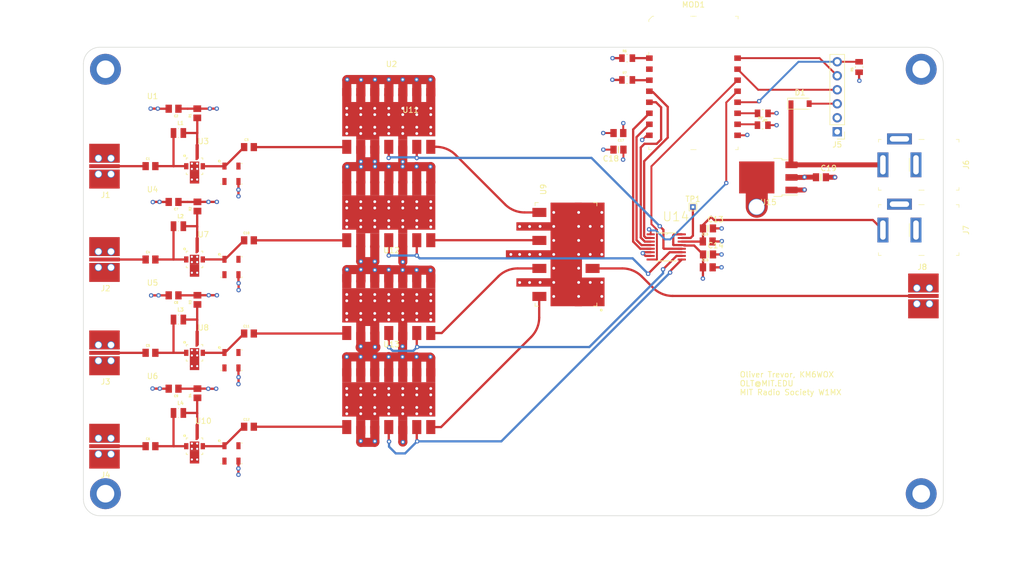
<source format=kicad_pcb>
(kicad_pcb (version 20211014) (generator pcbnew)
  (layers (0 "F.Cu" signal) (1 "In1.Cu" signal) (2 "In2.Cu" signal) (31 "B.Cu" signal) (34 "B.Paste" user) (35 "F.Paste" user) (36 "B.SilkS" user "B.Silkscreen") (37 "F.SilkS" user "F.Silkscreen") (38 "B.Mask" user) (39 "F.Mask" user) (44 "Edge.Cuts" user))
  (net 0 "")
  (net 1 "Net-(C1-Pad1)")
  (net 2 "Net-(C1-Pad2)")
  (net 3 "/+3.3V")
  (net 4 "/GND")
  (net 5 "Net-(C3-Pad1)")
  (net 6 "Net-(C3-Pad2)")
  (net 7 "Net-(C4-Pad1)")
  (net 8 "Net-(C4-Pad2)")
  (net 9 "Net-(C5-Pad1)")
  (net 10 "Net-(C5-Pad2)")
  (net 11 "Net-(C6-Pad1)")
  (net 12 "Net-(C6-Pad2)")
  (net 13 "Net-(C10-Pad1)")
  (net 14 "Net-(C10-Pad2)")
  (net 15 "Net-(C11-Pad1)")
  (net 16 "Net-(C11-Pad2)")
  (net 17 "Net-(C12-Pad1)")
  (net 18 "Net-(C12-Pad2)")
  (net 19 "/+12V")
  (net 20 "/+5V")
  (net 21 "/FTDI_5V")
  (net 22 "/FTDI_CTS#")
  (net 23 "/FTDI_TX")
  (net 24 "/FTDI_RX")
  (net 25 "/FTDI_RTS#")
  (net 26 "Net-(J8-Pad1)")
  (net 27 "Net-(L1-Pad2)")
  (net 28 "Net-(L2-Pad2)")
  (net 29 "Net-(L3-Pad2)")
  (net 30 "Net-(L4-Pad2)")
  (net 31 "Net-(MOD1-Pad1)")
  (net 33 "Net-(MOD1-Pad3)")
  (net 34 "/IO16")
  (net 35 "/SPI_CLK")
  (net 36 "/SPI_MISO")
  (net 37 "/SPI_MOSI")
  (net 38 "/SPI_CS")
  (net 39 "Net-(MOD1-Pad11)")
  (net 40 "/IO4")
  (net 41 "/IO5")
  (net 42 "Net-(TP1-Pad1)")
  (net 43 "/BIAS1")
  (net 44 "/RF1")
  (net 51 "/RF2")
  (net 52 "/RF3")
  (net 53 "/RF4")
  (net 56 "/BIAS2")
  (net 57 "/BIAS3")
  (net 58 "/BIAS4")
  (footprint "0.1uFCapacitor:CAPC2012X94N" (layer "F.Cu") (at 88.36 58.16 180)
    (fp_text reference "C2")
    (fp_text value "0.1 uF")
  )
  (footprint "MountingHole:MountingHole_3.2mm_M3_DIN965_Pad_TopBottom" (layer "F.Cu") (at 76 51)
    (fp_text reference "REF**" hide)
    (fp_text value "MountingHole_3.2mm_M3_DIN965_Pad_TopBottom")
  )
  (footprint "LNA:PMA-5453+" (layer "F.Cu") (at 92.16 85.5)
    (fp_text reference "U4")
    (fp_text value "PMA-5453+")
  )
  (footprint "10uFCapacitor:CAPC2012X140N" (layer "F.Cu") (at 169.07 65.58 180)
    (fp_text reference "C18")
    (fp_text value "10 uF")
  )
  (footprint "10uFCapacitor:CAPC2012X140N" (layer "F.Cu") (at 185.32 84.59)
    (fp_text reference "C14")
    (fp_text value "10 uF")
  )
  (footprint "Diode_SMD:D_SOD-123" (layer "F.Cu") (at 202.02 57.24)
    (fp_text reference "D1")
    (fp_text value "MBR0520LT")
  )
  (footprint "FemaleSMAConnector:AMPHENOL_901-10512-1" (layer "F.Cu") (at 75.825 102.446666 180)
    (fp_text reference "J3")
    (fp_text value "901-10512-1")
  )
  (footprint "390nHInductor:IND_AISC-0805-R39J-T" (layer "F.Cu") (at 89.24 96.41)
    (fp_text reference "L3")
    (fp_text value "390 nH")
  )
  (footprint "FemaleSMAConnector:AMPHENOL_901-10512-1" (layer "F.Cu") (at 224.395 92.12)
    (fp_text reference "J8")
    (fp_text value "901-10512-1")
  )
  (footprint "LNA:PMA-5453+" (layer "F.Cu") (at 92.16 68.59)
    (fp_text reference "U1")
    (fp_text value "PMA-5453+")
  )
  (footprint "0.1uFCapacitor:CAPC2012X94N" (layer "F.Cu") (at 102.04 98.94)
    (fp_text reference "C11")
    (fp_text value "0.1 uF")
  )
  (footprint "0.1uFCapacitor:CAPC2012X94N" (layer "F.Cu") (at 88.36 108.95 180)
    (fp_text reference "C9")
    (fp_text value "0.1 uF")
  )
  (footprint "DAC:SOP65P640X120-16N" (layer "F.Cu") (at 177.7379 83.23)
    (fp_text reference "U14")
    (fp_text value "AD5504BRUZ")
  )
  (footprint "0.1uFCapacitor:CAPC2012X94N" (layer "F.Cu") (at 84.17 85.51)
    (fp_text reference "C4")
    (fp_text value "0.1 uF")
  )
  (footprint "681RResistor:RESC2012X60N" (layer "F.Cu") (at 92.69 92.83 90)
    (fp_text reference "R3")
    (fp_text value "681 R")
  )
  (footprint "RFChoke:TCCH-80+" (layer "F.Cu") (at 98.86 103.78)
    (fp_text reference "U8")
    (fp_text value "TCCH-80+")
  )
  (footprint "0.1uFCapacitor:CAPC2012X94N" (layer "F.Cu") (at 88.36 75.07 180)
    (fp_text reference "C7")
    (fp_text value "0.1 uF")
  )
  (footprint "FemaleSMAConnector:AMPHENOL_901-10512-1" (layer "F.Cu") (at 75.825 119.38 180)
    (fp_text reference "J4")
    (fp_text value "901-10512-1")
  )
  (footprint "MountingHole:MountingHole_3.2mm_M3_DIN965_Pad_TopBottom" (layer "F.Cu") (at 76 128)
    (fp_text reference "REF**" hide)
    (fp_text value "MountingHole_3.2mm_M3_DIN965_Pad_TopBottom")
  )
  (footprint "LNA:PMA-5453+" (layer "F.Cu") (at 92.16 102.44)
    (fp_text reference "U5")
    (fp_text value "PMA-5453+")
  )
  (footprint "0.1uFCapacitor:CAPC2012X94N" (layer "F.Cu") (at 84.17 102.44)
    (fp_text reference "C5")
    (fp_text value "0.1 uF")
  )
  (footprint "0.1uFCapacitor:CAPC2012X94N" (layer "F.Cu") (at 102.04 115.85)
    (fp_text reference "C12")
    (fp_text value "0.1 uF")
  )
  (footprint "10uFCapacitor:CAPC2012X140N" (layer "F.Cu") (at 185.31 79.87)
    (fp_text reference "C13")
    (fp_text value "10 uF")
  )
  (footprint "0.1uFCapacitor:CAPC2012X94N" (layer "F.Cu") (at 102.04 65.12)
    (fp_text reference "C3")
    (fp_text value "0.1 uF")
  )
  (footprint "RFChoke:TCCH-80+" (layer "F.Cu") (at 98.86 86.87)
    (fp_text reference "U7")
    (fp_text value "TCCH-80+")
  )
  (footprint "PhaseShifter:JSPHS-661+" (layer "F.Cu") (at 127.4 77.31)
    (fp_text reference "U11")
    (fp_text value "JSPHS-661+")
  )
  (footprint "0.1uFCapacitor:CAPC2012X94N" (layer "F.Cu") (at 84.17 68.57)
    (fp_text reference "C1")
    (fp_text value "0.1 uF")
  )
  (footprint "FemaleSMAConnector:AMPHENOL_901-10512-1" (layer "F.Cu") (at 75.825 85.513333 180)
    (fp_text reference "J2")
    (fp_text value "901-10512-1")
  )
  (footprint "0.1uFCapacitor:CAPC2012X94N" (layer "F.Cu") (at 84.17 119.38)
    (fp_text reference "C6")
    (fp_text value "0.1 uF")
  )
  (footprint "10KResistor:RESC2012X65N" (layer "F.Cu") (at 170.65 48.98)
    (fp_text reference "R6")
    (fp_text value "10K")
  )
  (footprint "681RResistor:RESC2012X60N" (layer "F.Cu") (at 92.69 109.77 90)
    (fp_text reference "R4")
    (fp_text value "681 R")
  )
  (footprint "PowerCombiner:SCPS-4-62+" (layer "F.Cu") (at 159.55 84.59 90)
    (fp_text reference "U9")
    (fp_text value "SCPS-4-62+")
  )
  (footprint "10KResistor:RESC2012X65N" (layer "F.Cu") (at 195.24 61.14)
    (fp_text reference "R9")
    (fp_text value "10K")
  )
  (footprint "0.1uFCapacitor:CAPC2012X94N" (layer "F.Cu") (at 102.04 82.03)
    (fp_text reference "C10")
    (fp_text value "0.1 uF")
  )
  (footprint "PhaseShifter:JSPHS-661+" (layer "F.Cu") (at 127.4 94.1475)
    (fp_text reference "U12")
    (fp_text value "JSPHS-661+")
  )
  (footprint "0.1uFCapacitor:CAPC2012X94N" (layer "F.Cu") (at 169.06 62.57 180)
    (fp_text reference "C17")
    (fp_text value "0.1 uF")
  )
  (footprint "digikey-footprints:Barrel_Jack_5.5mmODx2.1mmID_PJ-202A" (layer "F.Cu") (at 220.05 80.17 -90)
    (fp_text reference "J7")
    (fp_text value "Barrel_Jack")
  )
  (footprint "PhaseShifter:JSPHS-661+" (layer "F.Cu") (at 127.4 60.37)
    (fp_text reference "U2")
    (fp_text value "JSPHS-661+")
  )
  (footprint "PhaseShifter:JSPHS-661+" (layer "F.Cu") (at 127.4 111.21)
    (fp_text reference "U13")
    (fp_text value "JSPHS-661+")
  )
  (footprint "681RResistor:RESC2012X60N" (layer "F.Cu") (at 92.69 75.89 90)
    (fp_text reference "R2")
    (fp_text value "681 R")
  )
  (footprint "TestPoint:TestPoint_THTPad_1.0x1.0mm_Drill0.5mm" (layer "F.Cu") (at 182.58 75.99)
    (fp_text reference "TP1")
    (fp_text value "TestPoint")
  )
  (footprint "10KResistor:RESC2012X65N" (layer "F.Cu") (at 170.65 52.93)
    (fp_text reference "R7")
    (fp_text value "10K")
  )
  (footprint "digikey-footprints:WIFI_Module_ESP8266_2491" (layer "F.Cu") (at 182.68 55.98)
    (fp_text reference "MOD1")
    (fp_text value "2491")
  )
  (footprint "Package_TO_SOT_SMD:TO-252-3_TabPin2" (layer "F.Cu") (at 196.26 70.62 180)
    (fp_text reference "U15")
    (fp_text value "IFX27001TFV33")
  )
  (footprint "MountingHole:MountingHole_3.2mm_M3_DIN965_Pad_TopBottom" (layer "F.Cu") (at 224 128)
    (fp_text reference "REF**" hide)
    (fp_text value "MountingHole_3.2mm_M3_DIN965_Pad_TopBottom")
  )
  (footprint "LNA:PMA-5453+" (layer "F.Cu") (at 92.16 119.38)
    (fp_text reference "U6")
    (fp_text value "PMA-5453+")
  )
  (footprint "0.1uFCapacitor:CAPC2012X94N" (layer "F.Cu") (at 185.28 86.93)
    (fp_text reference "C16")
    (fp_text value "0.1 uF")
  )
  (footprint "10KResistor:RESC2012X65N" (layer "F.Cu") (at 212.73 50.59 90)
    (fp_text reference "R5")
    (fp_text value "10K")
  )
  (footprint "390nHInductor:IND_AISC-0805-R39J-T" (layer "F.Cu") (at 89.24 79.47)
    (fp_text reference "L2")
    (fp_text value "390 nH")
  )
  (footprint "MountingHole:MountingHole_3.2mm_M3_DIN965_Pad_TopBottom" (layer "F.Cu") (at 224 51)
    (fp_text reference "REF**" hide)
    (fp_text value "MountingHole_3.2mm_M3_DIN965_Pad_TopBottom")
  )
  (footprint "digikey-footprints:Barrel_Jack_5.5mmODx2.1mmID_PJ-202A" (layer "F.Cu") (at 220.05 68.33 -90)
    (fp_text reference "J6")
    (fp_text value "Barrel_Jack")
  )
  (footprint "RFChoke:TCCH-80+" (layer "F.Cu") (at 98.86 69.96)
    (fp_text reference "U3")
    (fp_text value "TCCH-80+")
  )
  (footprint "390nHInductor:IND_AISC-0805-R39J-T" (layer "F.Cu") (at 89.24 62.56)
    (fp_text reference "L1")
    (fp_text value "390 nH")
  )
  (footprint "390nHInductor:IND_AISC-0805-R39J-T" (layer "F.Cu") (at 89.24 113.35)
    (fp_text reference "L4")
    (fp_text value "390 nH")
  )
  (footprint "681RResistor:RESC2012X60N" (layer "F.Cu") (at 92.66 58.98 90)
    (fp_text reference "R1")
    (fp_text value "681 R")
  )
  (footprint "10uFCapacitor:CAPC2012X140N" (layer "F.Cu") (at 205.81 70.59)
    (fp_text reference "C19")
    (fp_text value "10 uF")
  )
  (footprint "Connector_PinHeader_2.54mm:PinHeader_1x06_P2.54mm_Vertical" (layer "F.Cu") (at 208.76 62.34 180)
    (fp_text reference "J5")
    (fp_text value "Conn_01x06_Male")
  )
  (footprint "0.1uFCapacitor:CAPC2012X94N" (layer "F.Cu") (at 88.36 92.01 180)
    (fp_text reference "C8")
    (fp_text value "0.1 uF")
  )
  (footprint "10KResistor:RESC2012X65N" (layer "F.Cu") (at 195.25 59 180)
    (fp_text reference "R8")
    (fp_text value "10K")
  )
  (footprint "0.1uFCapacitor:CAPC2012X94N" (layer "F.Cu") (at 185.26 82.24)
    (fp_text reference "C15")
    (fp_text value "0.1 uF")
  )
  (footprint "FemaleSMAConnector:AMPHENOL_901-10512-1" (layer "F.Cu") (at 75.825 68.58 180)
    (fp_text reference "J1")
    (fp_text value "901-10512-1")
  )
  (footprint "RFChoke:TCCH-80+" (layer "F.Cu") (at 98.86 120.69)
    (fp_text reference "U10")
    (fp_text value "TCCH-80+")
  )
  (gr_line (start 228 124) (end 228 129) (layer "Edge.Cuts") (width 0.1))
  (gr_arc (start 72 50) (mid 72.87868 47.87868) (end 75 47) (layer "Edge.Cuts") (width 0.1))
  (gr_arc (start 75 132) (mid 72.87868 131.12132) (end 72 129) (layer "Edge.Cuts") (width 0.1))
  (gr_line (start 75 47) (end 225 47) (layer "Edge.Cuts") (width 0.1))
  (gr_line (start 75 132) (end 225 132) (layer "Edge.Cuts") (width 0.1))
  (gr_line (start 228 50) (end 228 124) (layer "Edge.Cuts") (width 0.1))
  (gr_arc (start 225 47) (mid 227.12132 47.87868) (end 228 50) (layer "Edge.Cuts") (width 0.1))
  (gr_arc (start 228 129) (mid 227.12132 131.12132) (end 225 132) (layer "Edge.Cuts") (width 0.1))
  (gr_line (start 72 50) (end 72 129) (layer "Edge.Cuts") (width 0.1))
  (gr_text "Oliver Trevor, KM6WOX\nOLT@MIT.EDU\nMIT Radio Society W1MX" (at 191 108) (layer "F.SilkS") (effects (font (size 1 1)) (justify left)))
  (segment (start 83.28 68.58) (end 83.29 68.57) (width 0.412683) (layer "F.Cu") (net 1))
  (segment (start 75.825 68.58) (end 83.28 68.58) (width 0.412683) (layer "F.Cu") (net 1))
  (segment (start 90.64 68.57) (end 90.66 68.59) (width 0.412683) (layer "F.Cu") (net 2))
  (segment (start 88.35 68.56) (end 88.36 68.57) (width 0.412683) (layer "F.Cu") (net 2))
  (segment (start 88.35 62.56) (end 88.35 68.56) (width 0.412683) (layer "F.Cu") (net 2))
  (segment (start 85.05 68.57) (end 88.36 68.57) (width 0.412683) (layer "F.Cu") (net 2))
  (segment (start 88.36 68.57) (end 90.64 68.57) (width 0.412683) (layer "F.Cu") (net 2))
  (segment (start 89.24 108.95) (end 92.675 108.95) (width 0.412683) (layer "F.Cu") (net 3))
  (segment (start 92.69 75.055) (end 94.675 75.055) (width 0.412683) (layer "F.Cu") (net 3))
  (segment (start 180.5573 82.8998) (end 179.0698 82.8998) (width 0.412683) (layer "F.Cu") (net 3))
  (segment (start 100.13 89.78) (end 100.16 89.81) (width 0.412683) (layer "F.Cu") (net 3))
  (segment (start 100.15 108.1) (end 100.13 108.12) (width 0.412683) (layer "F.Cu") (net 3))
  (segment (start 94.65 108.96) (end 96.07 108.96) (width 0.412683) (layer "F.Cu") (net 3))
  (segment (start 89.24 75.07) (end 90.89 75.07) (width 0.412683) (layer "F.Cu") (net 3))
  (segment (start 202.77 70.62) (end 202.82 70.57) (width 0.9) (layer "F.Cu") (net 3))
  (segment (start 184.42 86.91) (end 184.4 86.93) (width 0.412683) (layer "F.Cu") (net 3))
  (segment (start 94.935 58.145) (end 94.94 58.14) (width 0.412683) (layer "F.Cu") (net 3))
  (segment (start 100.16 89.81) (end 100.16 91.06) (width 0.412683) (layer "F.Cu") (net 3))
  (segment (start 212.73 53.03) (end 212.78 53.08) (width 0.412683) (layer "F.Cu") (net 3))
  (segment (start 92.675 75.07) (end 92.69 75.055) (width 0.412683) (layer "F.Cu") (net 3))
  (segment (start 179.0698 82.8998) (end 179.01 82.84) (width 0.412683) (layer "F.Cu") (net 3))
  (segment (start 196.2 59) (end 197.7 59) (width 0.35) (layer "F.Cu") (net 3))
  (segment (start 184.42 84.59) (end 182.806059 82.976059) (width 0.412683) (layer "F.Cu") (net 3))
  (segment (start 100.13 71.355) (end 100.13 72.85) (width 0.412683) (layer "F.Cu") (net 3))
  (segment (start 184.4 88.96) (end 184.39 88.97) (width 0.412683) (layer "F.Cu") (net 3))
  (segment (start 89.255 58.145) (end 89.24 58.16) (width 0.412683) (layer "F.Cu") (net 3))
  (segment (start 100.12 123.43) (end 100.12 124.55) (width 0.412683) (layer "F.Cu") (net 3))
  (segment (start 169.7 48.98) (end 168 48.98) (width 0.412683) (layer "F.Cu") (net 3))
  (segment (start 100.13 123.42) (end 100.12 123.43) (width 0.412683) (layer "F.Cu") (net 3))
  (segment (start 184.4 86.93) (end 184.4 88.96) (width 0.412683) (layer "F.Cu") (net 3))
  (segment (start 94.94 58.14) (end 96.19 58.14) (width 0.412683) (layer "F.Cu") (net 3))
  (segment (start 92.69 91.995) (end 94.725 91.995) (width 0.412683) (layer "F.Cu") (net 3))
  (segment (start 169.7 52.93) (end 168 52.93) (width 0.412683) (layer "F.Cu") (net 3))
  (segment (start 94.73 91.99) (end 96.21 91.99) (width 0.412683) (layer "F.Cu") (net 3))
  (segment (start 169.94 62.57) (end 169.94 60.78) (width 0.35) (layer "F.Cu") (net 3))
  (segment (start 92.66 58.145) (end 90.915 58.145) (width 0.412683) (layer "F.Cu") (net 3))
  (segment (start 92.66 58.145) (end 94.935 58.145) (width 0.412683) (layer "F.Cu") (net 3))
  (segment (start 204.89 70.57) (end 204.91 70.59) (width 0.9) (layer "F.Cu") (net 3))
  (segment (start 92.675 108.95) (end 92.69 108.935) (width 0.412683) (layer "F.Cu") (net 3))
  (segment (start 96.07 108.96) (end 96.08 108.95) (width 0.412683) (layer "F.Cu") (net 3))
  (segment (start 89.24 92.01) (end 92.675 92.01) (width 0.412683) (layer "F.Cu") (net 3))
  (segment (start 182.806059 82.976059) (end 180.98 82.976059) (width 0.412683) (layer "F.Cu") (net 3))
  (segment (start 100.13 88.265) (end 100.13 89.78) (width 0.412683) (layer "F.Cu") (net 3))
  (segment (start 202.82 70.57) (end 204.89 70.57) (width 0.9) (layer "F.Cu") (net 3))
  (segment (start 194.16 75.94) (end 194.13 75.97) (width 0.9) (layer "F.Cu") (net 3))
  (segment (start 184.42 84.59) (end 184.42 86.91) (width 0.412683) (layer "F.Cu") (net 3))
  (segment (start 100.13 74.03) (end 100.14 74.04) (width 0.412683) (layer "F.Cu") (net 3))
  (segment (start 179.01 81.13) (end 179.196 80.944) (width 0.412683) (layer "F.Cu") (net 3))
  (segment (start 96.21 91.99) (end 96.22 92) (width 0.412683) (layer "F.Cu") (net 3))
  (segment (start 100.12 124.55) (end 100.13 124.56) (width 0.412683) (layer "F.Cu") (net 3))
  (segment (start 94.68 75.06) (end 96.21 75.06) (width 0.412683) (layer "F.Cu") (net 3))
  (segment (start 94.725 91.995) (end 94.73 91.99) (width 0.412683) (layer "F.Cu") (net 3))
  (segment (start 100.13 122.085) (end 100.13 123.42) (width 0.412683) (layer "F.Cu") (net 3))
  (segment (start 100.13 72.85) (end 100.13 74.03) (width 0.412683) (layer "F.Cu") (net 3))
  (segment (start 94.675 75.055) (end 94.68 75.06) (width 0.412683) (layer "F.Cu") (net 3))
  (segment (start 169.97 67.33) (end 169.91 67.39) (width 0.35) (layer "F.Cu") (net 3))
  (segment (start 212.73 51.54) (end 212.73 53.03) (width 0.412683) (layer "F.Cu") (net 3))
  (segment (start 92.69 108.935) (end 94.625 108.935) (width 0.412683) (layer "F.Cu") (net 3))
  (segment (start 194.16 70.62) (end 194.16 75.94) (width 4) (layer "F.Cu") (net 3))
  (segment (start 92.675 92.01) (end 92.69 91.995) (width 0.412683) (layer "F.Cu") (net 3))
  (segment (start 100.15 106.86) (end 100.15 108.1) (width 0.412683) (layer "F.Cu") (net 3))
  (segment (start 169.94 60.78) (end 169.95 60.77) (width 0.35) (layer "F.Cu") (net 3))
  (segment (start 168 52.93) (end 167.97 52.9) (width 0.412683) (layer "F.Cu") (net 3))
  (segment (start 94.625 108.935) (end 94.65 108.96) (width 0.412683) (layer "F.Cu") (net 3))
  (segment (start 100.13 105.175) (end 100.13 106.84) (width 0.412683) (layer "F.Cu") (net 3))
  (segment (start 200.46 70.62) (end 202.77 70.62) (width 0.9) (layer "F.Cu") (net 3))
  (segment (start 169.97 65.58) (end 169.97 67.33) (width 0.35) (layer "F.Cu") (net 3))
  (segment (start 179.196 80.944) (end 180.5573 80.944) (width 0.412683) (layer "F.Cu") (net 3))
  (segment (start 197.7 59) (end 197.75 58.95) (width 0.35) (layer "F.Cu") (net 3))
  (segment (start 90.915 58.145) (end 89.255 58.145) (width 0.412683) (layer "F.Cu") (net 3))
  (segment (start 174.21 62.98) (end 173.37 63.82) (width 0.35) (layer "F.Cu") (net 3))
  (segment (start 179.01 82.84) (end 179.01 81.13) (width 0.412683) (layer "F.Cu") (net 3))
  (segment (start 174.68 62.98) (end 174.21 62.98) (width 0.35) (layer "F.Cu") (net 3))
  (segment (start 100.13 106.84) (end 100.15 106.86) (width 0.412683) (layer "F.Cu") (net 3))
  (segment (start 90.89 75.07) (end 92.675 75.07) (width 0.412683) (layer "F.Cu") (net 3))
  (via (at 173.37 63.82) (size 0.8) (drill 0.4) (layers "F.Cu" "B.Cu") (net 3))
  (via (at 94.73 91.99) (size 0.8) (drill 0.4) (layers "F.Cu" "B.Cu") (net 3))
  (via (at 100.15 106.86) (size 0.8) (drill 0.4) (layers "F.Cu" "B.Cu") (net 3))
  (via (at 94.68 75.06) (size 0.8) (drill 0.4) (layers "F.Cu" "B.Cu") (net 3))
  (via (at 96.08 108.95) (size 0.8) (drill 0.4) (layers "F.Cu" "B.Cu") (net 3))
  (via (at 100.13 108.12) (size 0.8) (drill 0.4) (layers "F.Cu" "B.Cu") (net 3))
  (via (at 96.21 75.06) (size 0.8) (drill 0.4) (layers "F.Cu" "B.Cu") (net 3))
  (via (at 168 48.98) (size 0.8) (drill 0.4) (layers "F.Cu" "B.Cu") (net 3))
  (via (at 212.78 53.08) (size 0.8) (drill 0.4) (layers "F.Cu" "B.Cu") (net 3))
  (via (at 197.75 58.95) (size 0.8) (drill 0.4) (layers "F.Cu" "B.Cu") (net 3))
  (via (at 202.82 70.57) (size 0.8) (drill 0.4) (layers "F.Cu" "B.Cu") (net 3))
  (via (at 100.14 74.04) (size 0.8) (drill 0.4) (layers "F.Cu" "B.Cu") (net 3))
  (via (at 100.13 124.56) (size 0.8) (drill 0.4) (layers "F.Cu" "B.Cu") (net 3))
  (via (at 96.22 92) (size 0.8) (drill 0.4) (layers "F.Cu" "B.Cu") (net 3))
  (via (at 94.65 108.96) (size 0.8) (drill 0.4) (layers "F.Cu" "B.Cu") (net 3))
  (via (at 167.97 52.9) (size 0.8) (drill 0.4) (layers "F.Cu" "B.Cu") (net 3))
  (via (at 100.12 123.43) (size 0.8) (drill 0.4) (layers "F.Cu" "B.Cu") (net 3))
  (via (at 94.94 58.14) (size 0.8) (drill 0.4) (layers "F.Cu" "B.Cu") (net 3))
  (via (at 96.19 58.14) (size 0.8) (drill 0.4) (layers "F.Cu" "B.Cu") (net 3))
  (via (at 184.39 88.97) (size 0.8) (drill 0.4) (layers "F.Cu" "B.Cu") (net 3))
  (via (at 100.16 91.06) (size 0.8) (drill 0.4) (layers "F.Cu" "B.Cu") (net 3))
  (via (at 169.91 67.39) (size 0.8) (drill 0.4) (layers "F.Cu" "B.Cu") (net 3))
  (via (at 169.95 60.77) (size 0.8) (drill 0.4) (layers "F.Cu" "B.Cu") (net 3))
  (via (at 100.13 72.85) (size 0.8) (drill 0.4) (layers "F.Cu" "B.Cu") (net 3))
  (via (at 100.16 89.81) (size 0.8) (drill 0.4) (layers "F.Cu" "B.Cu") (net 3))
  (via (at 194.13 75.97) (size 3) (drill 2.8) (layers "F.Cu" "B.Cu") (net 3))
  (segment (start 122.32 118.45) (end 122.32 118.66) (width 1.651) (layer "F.Cu") (net 4))
  (segment (start 132.48 52.92) (end 132.48 55.67) (width 1.651) (layer "F.Cu") (net 4))
  (segment (start 124.87 103.17) (end 127.37 103.17) (width 1.651) (layer "F.Cu") (net 4))
  (segment (start 124.87 118.64) (end 124.87 118.49) (width 1.651) (layer "F.Cu") (net 4))
  (segment (start 124.855 68.67) (end 127.205 68.67) (width 1.651) (layer "F.Cu") (net 4))
  (segment (start 119.78 52.94) (end 119.86 52.86) (width 1.651) (layer "F.Cu") (net 4))
  (segment (start 122.41 103.17) (end 122.32 103.26) (width 1.651) (layer "F.Cu") (net 4))
  (segment (start 119.78 87.38) (end 119.82 87.34) (width 1.651) (layer "F.Cu") (net 4))
  (segment (start 190.68 62.98) (end 192.37 62.98) (width 0.35) (layer "F.Cu") (net 4))
  (segment (start 168.18 62.57) (end 166.31 62.57) (width 0.35) (layer "F.Cu") (net 4))
  (segment (start 122.32 65.07) (end 122.32 67.72) (width 1.651) (layer "F.Cu") (net 4))
  (segment (start 132.395 68.67) (end 132.425 68.67) (width 1.651) (layer "F.Cu") (net 4))
  (segment (start 122.335 68.66) (end 122.335 68.71) (width 1.651) (layer "F.Cu") (net 4))
  (segment (start 129.94 118.61) (end 129.96 118.63) (width 1.651) (layer "F.Cu") (net 4))
  (segment (start 122.32 101.28) (end 122.27 101.33) (width 1.651) (layer "F.Cu") (net 4))
  (segment (start 122.36 87.34) (end 122.37 87.34) (width 1.651) (layer "F.Cu") (net 4))
  (segment (start 122.34 52.86) (end 124.85 52.86) (width 1.651) (layer "F.Cu") (net 4))
  (segment (start 85.86 108.93) (end 84.56 108.93) (width 0.412683) (layer "F.Cu") (net 4))
  (segment (start 84.56 108.93) (end 84.55 108.92) (width 0.412683) (layer "F.Cu") (net 4))
  (segment (start 132.48 87.45) (end 134.95 87.45) (width 1.651) (layer "F.Cu") (net 4))
  (segment (start 127.425 71.44) (end 127.395 71.47) (width 1.651) (layer "F.Cu") (net 4))
  (segment (start 127.4 87.37) (end 127.55 87.37) (width 1.651) (layer "F.Cu") (net 4))
  (segment (start 132.53 103.17) (end 132.48 103.22) (width 1.651) (layer "F.Cu") (net 4))
  (segment (start 124.83 118.68) (end 124.87 118.64) (width 1.651) (layer "F.Cu") (net 4))
  (segment (start 132.4 52.87) (end 132.43 52.87) (width 1.651) (layer "F.Cu") (net 4))
  (segment (start 124.87 67.78) (end 124.87 65.08) (width 1.651) (layer "F.Cu") (net 4))
  (segment (start 124.86 103.24) (end 124.86 106.51) (width 1.651) (layer "F.Cu") (net 4))
  (segment (start 85.51 58.16) (end 85.49 58.14) (width 0.412683) (layer "F.Cu") (net 4))
  (segment (start 129.95 85.955) (end 129.95 83.245) (width 1.651) (layer "F.Cu") (net 4))
  (segment (start 85.49 58.14) (end 84.2 58.14) (width 0.412683) (layer "F.Cu") (net 4))
  (segment (start 87.48 108.95) (end 85.88 108.95) (width 0.412683) (layer "F.Cu") (net 4))
  (segment (start 135.025 71.46) (end 135.015 71.47) (width 1.651) (layer "F.Cu") (net 4))
  (segment (start 124.795 87.415) (end 124.86 87.48) (width 1.651) (layer "F.Cu") (net 4))
  (segment (start 124.78 103.17) (end 124.87 103.17) (width 1.651) (layer "F.Cu") (net 4))
  (segment (start 132.43 52.87) (end 132.48 52.92) (width 1.651) (layer "F.Cu") (net 4))
  (segment (start 129.94 103.25) (end 129.94 106.51) (width 1.651) (layer "F.Cu") (net 4))
  (segment (start 129.955 68.67) (end 129.955 71.45) (width 1.651) (layer "F.Cu") (net 4))
  (segment (start 186.16 86.93) (end 187.77 86.93) (width 0.412683) (layer "F.Cu") (net 4))
  (segment (start 122.34 52.86) (end 122.34 52.91) (width 1.651) (layer "F.Cu") (net 4))
  (segment (start 85.82 75.07) (end 85.81 75.06) (width 0.412683) (layer "F.Cu") (net 4))
  (segment (start 129.85 87.37) (end 129.9 87.42) (width 1.651) (layer "F.Cu") (net 4))
  (segment (start 124.87 118.49) (end 124.87 115.92) (width 1.651) (layer "F.Cu") (net 4))
  (segment (start 124.845 68.66) (end 124.855 68.67) (width 1.651) (layer "F.Cu") (net 4))
  (segment (start 187.76 84.59) (end 187.77 84.6) (width 0.412683) (layer "F.Cu") (net 4))
  (segment (start 122.335 68.71) (end 122.335 71.45) (width 1.651) (layer "F.Cu") (net 4))
  (segment (start 122.32 118.66) (end 122.34 118.68) (width 1.651) (layer "F.Cu") (net 4))
  (segment (start 124.86 83.2) (end 124.85 83.19) (width 1.651) (layer "F.Cu") (net 4))
  (segment (start 135.03 55.66) (end 135.02 55.67) (width 1.651) (layer "F.Cu") (net 4))
  (segment (start 129.955 68.67) (end 132.395 68.67) (width 1.651) (layer "F.Cu") (net 4))
  (segment (start 124.9 103.2) (end 124.86 103.24) (width 1.651) (layer "F.Cu") (net 4))
  (segment (start 119.78 106.51) (end 119.78 103.25) (width 1.651) (layer "F.Cu") (net 4))
  (segment (start 132.11 103.17) (end 132.53 103.17) (width 1.651) (layer "F.Cu") (net 4))
  (segment (start 127.425 68.67) (end 127.425 71.44) (width 1.651) (layer "F.Cu") (net 4))
  (segment (start 127.43 52.87) (end 129.84 52.87) (width 1.651) (layer "F.Cu") (net 4))
  (segment (start 208.33 70.59) (end 208.34 70.6) (width 0.9) (layer "F.Cu") (net 4))
  (segment (start 134.96 52.87) (end 135.01 52.87) (width 1.651) (layer "F.Cu") (net 4))
  (segment (start 129.84 52.87) (end 129.96 52.87) (width 1.651) (layer "F.Cu") (net 4))
  (segment (start 129.89 103.17) (end 129.94 103.22) (width 1.651) (layer "F.Cu") (net 4))
  (segment (start 132.45 87.42) (end 132.48 87.45) (width 1.651) (layer "F.Cu") (net 4))
  (segment (start 122.37 87.34) (end 122.37 89.3975) (width 1.651) (layer "F.Cu") (net 4))
  (segment (start 186.14 82.24) (end 187.75 82.24) (width 0.412683) (layer "F.Cu") (net 4))
  (segment (start 129.94 98.8475) (end 129.89 103.17) (width 1.651) (layer "F.Cu") (net 4))
  (segment (start 134.97 87.47) (end 135.02 87.52) (width 1.651) (layer "F.Cu") (net 4))
  (segment (start 124.89 98.8775) (end 124.86 98.8475) (width 1.651) (layer "F.Cu") (net 4))
  (segment (start 127.43 52.87) (end 127.43 55.64) (width 1.651) (layer "F.Cu") (net 4))
  (segment (start 85.88 108.95) (end 85.86 108.93) (width 0.412683) (layer "F.Cu") (net 4))
  (segment (start 196.19 61.14) (end 197.76 61.14) (width 0.35) (layer "F.Cu") (net 4))
  (segment (start 122.37 85.9) (end 124.86 85.9) (width 1.651) (layer "F.Cu") (net 4))
  (segment (start 132.425 68.67) (end 134.955 68.67) (width 1.651) (layer "F.Cu") (net 4))
  (segment (start 134.965 103.305) (end 135.02 103.36) (width 1.651) (layer "F.Cu") (net 4))
  (segment (start 127.425 68.67) (end 129.835 68.67) (width 1.651) (layer "F.Cu") (net 4))
  (segment (start 122.32 98.8475) (end 122.32 101.28) (width 1.651) (layer "F.Cu") (net 4))
  (segment (start 132.425 68.67) (end 132.475 68.72) (width 1.651) (layer "F.Cu") (net 4))
  (segment (start 87.48 58.16) (end 85.51 58.16) (width 0.412683) (layer "F.Cu") (net 4))
  (segment (start 119.775 71.47) (end 119.775 68.74) (width 1.651) (layer "F.Cu") (net 4))
  (segment (start 127.43 103.17) (end 129.89 103.17) (width 1.651) (layer "F.Cu") (net 4))
  (segment (start 122.335 68.66) (end 124.845 68.66) (width 1.651) (layer "F.Cu") (net 4))
  (segment (start 135.005 68.67) (end 135.025 68.69) (width 1.651) (layer "F.Cu") (net 4))
  (segment (start 127.4 103.16) (end 127.4 106.51) (width 1.651) (layer "F.Cu") (net 4))
  (segment (start 173.979559 84.8556) (end 173.49 84.366041) (width 0.412683) (layer "F.Cu") (net 4))
  (segment (start 206.71 70.59) (end 208.33 70.59) (width 0.9) (layer "F.Cu") (net 4))
  (segment (start 124.86 87.48) (end 124.86 89.4475) (width 1.651) (layer "F.Cu") (net 4))
  (segment (start 135.025 68.69) (end 135.025 71.46) (width 1.651) (layer "F.Cu") (net 4))
  (segment (start 130.27 87.42) (end 132.45 87.42) (width 1.651) (layer "F.Cu") (net 4))
  (segment (start 124.72 87.34) (end 124.795 87.415) (width 1.651) (layer "F.Cu") (net 4))
  (segment (start 127.37 87.34) (end 127.4 87.37) (width 1.651) (layer "F.Cu") (net 4))
  (segment (start 129.85 87.37) (end 129.94 87.46) (width 1.651) (layer "F.Cu") (net 4))
  (segment (start 127.4 87.37) (end 127.4 89.4475) (width 1.651) (layer "F.Cu") (net 4))
  (segment (start 87.48 92.01) (end 85.64 92.01) (width 0.412683) (layer "F.Cu") (net 4))
  (segment (start 134.88 103.22) (end 134.965 103.305) (width 1.651) (layer "F.Cu") (net 4))
  (segment (start 186.22 84.59) (end 187.76 84.59) (width 0.412683) (layer "F.Cu") (net 4))
  (segment (start 122.27 101.33) (end 122.38 101.44) (width 1.651) (layer "F.Cu") (net 4))
  (segment (start 192.37 62.98) (end 192.44 62.91) (width 0.35) (layer "F.Cu") (net 4))
  (segment (start 119.855 68.66) (end 122.335 68.66) (width 1.651) (layer "F.Cu") (net 4))
  (segment (start 122.335 85.865) (end 122.37 85.9) (width 1.651) (layer "F.Cu") (net 4))
  (segment (start 129.94 67.78) (end 129.94 65.07) (width 1.651) (layer "F.Cu") (net 4))
  (segment (start 122.335 71.45) (end 122.315 71.47) (width 1.651) (layer "F.Cu") (net 4))
  (segment (start 122.41 103.17) (end 122.68 103.17) (width 1.651) (layer "F.Cu") (net 4))
  (segment (start 124.87 103.17) (end 124.9 103.2) (width 1.651) (layer "F.Cu") (net 4))
  (segment (start 129.835 68.67) (end 129.955 68.67) (width 1.651) (layer "F.Cu") (net 4))
  (segment (start 135.01 52.87) (end 135.03 52.89) (width 1.651) (layer "F.Cu") (net 4))
  (segment (start 119.86 52.86) (end 122.34 52.86) (width 1.651) (layer "F.Cu") (net 4))
  (segment (start 119.75 103.17) (end 122.41 103.17) (width 1.651) (layer "F.Cu") (net 4))
  (segment (start 124.89 101.44) (end 124.89 101.38) (width 1.651) (layer "F.Cu") (net 4))
  (segment (start 122.68 103.17) (end 124.78 103.17) (width 1.651) (layer "F.Cu") (net 4))
  (segment (start 174.9185 84.8556) (end 173.979559 84.8556) (width 0.412683) (layer "F.Cu") (net 4))
  (segment (start 129.94 103.22) (end 129.94 103.25) (width 1.651) (layer "F.Cu") (net 4))
  (segment (start 129.96 55.65) (end 129.94 55.67) (width 1.651) (layer "F.Cu") (net 4))
  (segment (start 132.48 103.22) (end 132.48 106.51) (width 1.651) (layer "F.Cu") (net 4))
  (segment (start 186.21 79.87) (end 187.78 79.87) (width 0.412683) (layer "F.Cu") (net 4))
  (segment (start 127.39 103.15) (end 127.4 103.16) (width 1.651) (layer "F.Cu") (net 4))
  (segment (start 122.34 118.68) (end 124.83 118.68) (width 1.651) (layer "F.Cu") (net 4))
  (segment (start 124.86 52.87) (end 127.21 52.87) (width 1.651) (layer "F.Cu") (net 4))
  (segment (start 119.78 103.25) (end 119.78 103.2) (width 1.651) (layer "F.Cu") (net 4))
  (segment (start 122.38 101.44) (end 124.89 101.44) (width 2) (layer "F.Cu") (net 4))
  (segment (start 127.43 55.64) (end 127.4 55.67) (width 1.651) (layer "F.Cu") (net 4))
  (segment (start 124.89 101.38) (end 124.89 98.8775) (width 1.651) (layer "F.Cu") (net 4))
  (segment (start 129.94 87.46) (end 129.94 89.4475) (width 1.651) (layer "F.Cu") (net 4))
  (segment (start 129.96 52.87) (end 129.96 55.65) (width 1.651) (layer "F.Cu") (net 4))
  (segment (start 187.75 82.24) (end 187.82 82.17) (width 0.412683) (layer "F.Cu") (net 4))
  (segment (start 200.46 72.9) (end 202.77 72.9) (width 0.9) (layer "F.Cu") (net 4))
  (segment (start 129.96 52.87) (end 132.4 52.87) (width 1.651) (layer "F.Cu") (net 4))
  (segment (start 122.32 115.91) (end 122.32 118.45) (width 1.651) (layer "F.Cu") (net 4))
  (segment (start 174.9185 84.1952) (end 173.660841 84.1952) (width 0.412683) (layer "F.Cu") (net 4))
  (segment (start 129.89 103.17) (end 132.11 103.17) (width 1.651) (layer "F.Cu") (net 4))
  (segment (start 132.43 52.87) (end 134.96 52.87) (width 1.651) (layer "F.Cu") (net 4))
  (segment (start 129.94 115.91) (end 129.94 118.61) (width 1.651) (layer "F.Cu") (net 4))
  (segment (start 122.31 85.84) (end 122.335 85.865) (width 1.651) (layer "F.Cu") (net 4))
  (segment (start 129.9 87.42) (end 130.27 87.42) (width 1.651) (layer "F.Cu") (net 4))
  (segment (start 124.85 52.86) (end 124.86 52.87) (width 1.651) (layer "F.Cu") (net 4))
  (segment (start 87.48 75.07) (end 85.82 75.07) (width 0.412683) (layer "F.Cu") (net 4))
  (segment (start 85.64 92.01) (end 85.63 92.02) (width 0.412683) (layer "F.Cu") (net 4))
  (segment (start 132.475 68.72) (end 132.475 71.47) (width 1.651) (layer "F.Cu") (net 4))
  (segment (start 127.21 52.87) (end 127.43 52.87) (width 1.651) (layer "F.Cu") (net 4))
  (segment (start 84.63 75.06) (end 84.6 75.09) (width 0.412683) (layer "F.Cu") (net 4))
  (segment (start 127.37 103.17) (end 127.39 103.15) (width 1.651) (layer "F.Cu") (net 4))
  (segment (start 119.775 68.74) (end 119.855 68.66) (width 1.651) (layer "F.Cu") (net 4))
  (segment (start 119.78 89.4475) (end 119.78 87.38) (width 1.651) (layer "F.Cu") (net 4))
  (segment (start 122.38 67.78) (end 124.87 67.78) (width 1.651) (layer "F.Cu") (net 4))
  (segment (start 85.81 75.06) (end 84.63 75.06) (width 0.412683) (layer "F.Cu") (net 4))
  (segment (start 124.86 85.9) (end 124.86 83.2) (width 1.651) (layer "F.Cu") (net 4))
  (segment (start 122.31 83.19) (end 122.31 85.84) (width 1.651) (layer "F.Cu") (net 4))
  (segment (start 129.955 71.45) (end 129.935 71.47) (width 1.651) (layer "F.Cu") (net 4))
  (segment (start 127.55 87.37) (end 129.85 87.37) (width 1.651) (layer "F.Cu") (net 4))
  (segment (start 124.72 87.34) (end 127.37 87.34) (width 1.651) (layer "F.Cu") (net 4))
  (segment (start 84.3 92.02) (end 84.29 92.03) (width 0.412683) (layer "F.Cu") (net 4))
  (segment (start 173.660841 84.1952) (end 173.49 84.366041) (width 0.412683) (layer "F.Cu") (net 4))
  (segment (start 202.77 72.9) (end 202.82 72.85) (width 0.9) (layer "F.Cu") (net 4))
  (segment (start 124.86 52.87) (end 124.86 55.67) (width 1.651) (layer "F.Cu") (net 4))
  (segment (start 135.02 103.36) (end 135.02 106.51) (width 1.651) (layer "F.Cu") (net 4))
  (segment (start 127.37 103.17) (end 127.43 103.17) (width 1.651) (layer "F.Cu") (net 4))
  (segment (start 124.855 68.67) (end 124.855 71.47) (width 1.651) (layer "F.Cu") (net 4))
  (segment (start 132.48 103.22) (end 134.88 103.22) (width 1.651) (layer "F.Cu") (net 4))
  (segment (start 122.34 52.91) (end 122.34 55.65) (width 1.651) (layer "F.Cu") (net 4))
  (segment (start 135.02 87.52) (end 135.02 89.4475) (width 1.651) (layer "F.Cu") (net 4))
  (segment (start 122.345 67.745) (end 122.38 67.78) (width 1.651) (layer "F.Cu") (net 4))
  (segment (start 122.32 67.72) (end 122.345 67.745) (width 1.651) (layer "F.Cu") (net 4))
  (segment (start 124.87 115.92) (end 124.86 115.91) (width 1.651) (layer "F.Cu") (net 4))
  (segment (start 134.955 68.67) (end 135.005 68.67) (width 1.651) (layer "F.Cu") (net 4))
  (segment (start 85.63 92.02) (end 84.3 92.02) (width 0.412683) (layer "F.Cu") (net 4))
  (segment (start 119.78 55.67) (end 119.78 52.94) (width 1.651) (layer "F.Cu") (net 4))
  (segment (start 187.78 79.87) (end 187.79 79.88) (width 0.412683) (layer "F.Cu") (net 4))
  (segment (start 134.95 87.45) (end 134.97 87.47) (width 1.651) (layer "F.Cu") (net 4))
  (segment (start 135.03 52.89) (end 135.03 55.66) (width 1.651) (layer "F.Cu") (net 4))
  (segment (start 122.37 87.34) (end 124.72 87.34) (width 1.651) (layer "F.Cu") (net 4))
  (segment (start 119.78 103.2) (end 119.75 103.17) (width 1.651) (layer "F.Cu") (net 4))
  (segment (start 122.37 89.3975) (end 122.32 89.4475) (width 1.651) (layer "F.Cu") (net 4))
  (segment (start 122.32 103.26) (end 122.32 106.51) (width 1.651) (layer "F.Cu") (net 4))
  (segment (start 168.17 65.58) (end 166.33 65.58) (width 0.35) (layer "F.Cu") (net 4))
  (segment (start 124.87 65.08) (end 124.86 65.07) (width 1.651) (layer "F.Cu") (net 4))
  (segment (start 122.34 55.65) (end 122.32 55.67) (width 1.651) (layer "F.Cu") (net 4))
  (segment (start 119.82 87.34) (end 122.36 87.34) (width 1.651) (layer "F.Cu") (net 4))
  (segment (start 127.205 68.67) (end 127.425 68.67) (width 1.651) (layer "F.Cu") (net 4))
  (segment (start 132.48 87.45) (end 132.48 89.4475) (width 1.651) (layer "F.Cu") (net 4))
  (via (at 129.94 67.78) (size 0.8) (drill 0.4) (layers "F.Cu" "B.Cu") (net 4))
  (via (at 129.92 87.42) (size 0.8) (drill 0.4) (layers "F.Cu" "B.Cu") (net 4))
  (via (at 192.44 62.91) (size 0.8) (drill 0.4) (layers "F.Cu" "B.Cu") (net 4))
  (via (at 129.89 103.17) (size 0.8) (drill 0.4) (layers "F.Cu" "B.Cu") (net 4))
  (via (at 84.55 108.92) (size 0.8) (drill 0.4) (layers "F.Cu" "B.Cu") (net 4))
  (via (at 134.96 52.87) (size 0.8) (drill 0.4) (layers "F.Cu" "B.Cu") (net 4))
  (via (at 166.33 65.58) (size 0.8) (drill 0.4) (layers "F.Cu" "B.Cu") (net 4))
  (via (at 127.404998 68.65) (size 0.8) (drill 0.4) (layers "F.Cu" "B.Cu") (net 4))
  (via (at 124.86 85.865) (size 0.8) (drill 0.4) (layers "F.Cu" "B.Cu") (net 4))
  (via (at 84.29 92.03) (size 0.8) (drill 0.4) (layers "F.Cu" "B.Cu") (net 4))
  (via (at 127.372499 103.17) (size 0.8) (drill 0.4) (layers "F.Cu" "B.Cu") (net 4))
  (via (at 127.395 87.37) (size 0.8) (drill 0.4) (layers "F.Cu" "B.Cu") (net 4))
  (via (at 202.82 72.85) (size 0.8) (drill 0.4) (layers "F.Cu" "B.Cu") (net 4))
  (via (at 124.893332 52.87) (size 0.8) (drill 0.4) (layers "F.Cu" "B.Cu") (net 4))
  (via (at 122.371666 68.69) (size 0.8) (drill 0.4) (layers "F.Cu" "B.Cu") (net 4))
  (via (at 129.921664 68.65) (size 0.8) (drill 0.4) (layers "F.Cu" "B.Cu") (net 4))
  (via (at 122.345 87.34) (size 0.8) (drill 0.4) (layers "F.Cu" "B.Cu") (net 4))
  (via (at 129.926664 52.87) (size 0.8) (drill 0.4) (layers "F.Cu" "B.Cu") (net 4))
  (via (at 122.310833 103.17) (size 0.8) (drill 0.4) (layers "F.Cu" "B.Cu") (net 4))
  (via (at 173.49 84.366041) (size 0.8) (drill 0.4) (layers "F.Cu" "B.Cu") (net 4))
  (via (at 132.434165 103.17) (size 0.8) (drill 0.4) (layers "F.Cu" "B.Cu") (net 4))
  (via (at 134.965 103.17) (size 0.8) (drill 0.4) (layers "F.Cu" "B.Cu") (net 4))
  (via (at 124.87 67.745) (size 0.8) (drill 0.4) (layers "F.Cu" "B.Cu") (net 4))
  (via (at 124.89 101.38) (size 0.8) (drill 0.4) (layers "F.Cu" "B.Cu") (net 4))
  (via (at 132.43833 68.65) (size 0.8) (drill 0.4) (layers "F.Cu" "B.Cu") (net 4))
  (via (at 85.49 58.14) (size 0.8) (drill 0.4) (layers "F.Cu" "B.Cu") (net 4))
  (via (at 127.409998 52.87) (size 0.8) (drill 0.4) (layers "F.Cu" "B.Cu") (net 4))
  (via (at 85.63 92.02) (size 0.8) (drill 0.4) (layers "F.Cu" "B.Cu") (net 4))
  (via (at 208.34 70.6) (size 0.8) (drill 0.4) (layers "F.Cu" "B.Cu") (net 4))
  (via (at 124.841666 103.17) (size 0.8) (drill 0.4) (layers "F.Cu" "B.Cu") (net 4))
  (via (at 129.89 101.28) (size 0.8) (drill 0.4) (layers "F.Cu" "B.Cu") (net 4))
  (via (at 132.445 87.42) (size 0.8) (drill 0.4) (layers "F.Cu" "B.Cu") (net 4))
  (via (at 85.86 108.93) (size 0.8) (drill 0.4) (layers "F.Cu" "B.Cu") (net 4))
  (via (at 119.86 52.86) (size 0.8) (drill 0.4) (layers "F.Cu" "B.Cu") (net 4))
  (via (at 124.87 118.49) (size 0.8) (drill 0.4) (layers "F.Cu" "B.Cu") (net 4))
  (via (at 85.81 75.06) (size 0.8) (drill 0.4) (layers "F.Cu" "B.Cu") (net 4))
  (via (at 124.87 87.415) (size 0.8) (drill 0.4) (layers "F.Cu" "B.Cu") (net 4))
  (via (at 197.76 61.14) (size 0.8) (drill 0.4) (layers "F.Cu" "B.Cu") (net 4))
  (via (at 187.77 84.6) (size 0.8) (drill 0.4) (layers "F.Cu" "B.Cu") (net 4))
  (via (at 119.855 68.66) (size 0.8) (drill 0.4) (layers "F.Cu" "B.Cu") (net 4))
  (via (at 166.31 62.57) (size 0.8) (drill 0.4) (layers "F.Cu" "B.Cu") (net 4))
  (via (at 84.2 58.14) (size 0.8) (drill 0.4) (layers "F.Cu" "B.Cu") (net 4))
  (via (at 124.888332 68.65) (size 0.8) (drill 0.4) (layers "F.Cu" "B.Cu") (net 4))
  (via (at 122.376666 52.91) (size 0.8) (drill 0.4) (layers "F.Cu" "B.Cu") (net 4))
  (via (at 122.335 85.865) (size 0.8) (drill 0.4) (layers "F.Cu" "B.Cu") (net 4))
  (via (at 132.44333 52.87) (size 0.8) (drill 0.4) (layers "F.Cu" "B.Cu") (net 4))
  (via (at 187.79 79.88) (size 0.8) (drill 0.4) (layers "F.Cu" "B.Cu") (net 4))
  (via (at 122.32 101.28) (size 0.8) (drill 0.4) (layers "F.Cu" "B.Cu") (net 4))
  (via (at 187.82 82.17) (size 0.8) (drill 0.4) (layers "F.Cu" "B.Cu") (net 4))
  (via (at 84.6 75.09) (size 0.8) (drill 0.4) (layers "F.Cu" "B.Cu") (net 4))
  (via (at 122.32 118.45) (size 0.8) (drill 0.4) (layers "F.Cu" "B.Cu") (net 4))
  (via (at 119.82 87.34) (size 0.8) (drill 0.4) (layers "F.Cu" "B.Cu") (net 4))
  (via (at 134.97 87.47) (size 0.8) (drill 0.4) (layers "F.Cu" "B.Cu") (net 4))
  (via (at 119.78 103.17) (size 0.8) (drill 0.4) (layers "F.Cu" "B.Cu") (net 4))
  (via (at 187.77 86.93) (size 0.8) (drill 0.4) (layers "F.Cu" "B.Cu") (net 4))
  (via (at 134.955 68.67) (size 0.8) (drill 0.4) (layers "F.Cu" "B.Cu") (net 4))
  (via (at 122.345 67.745) (size 0.8) (drill 0.4) (layers "F.Cu" "B.Cu") (net 4))
  (via (at 129.96 118.63) (size 0.8) (drill 0.4) (layers "F.Cu" "B.Cu") (net 4))
  (via (at 129.95 85.955) (size 0.8) (drill 0.4) (layers "F.Cu" "B.Cu") (net 4))
  (segment (start 97.565 68.59) (end 97.59 68.565) (width 0.412683) (layer "F.Cu") (net 5))
  (segment (start 97.59 68.565) (end 97.715 68.565) (width 0.412683) (layer "F.Cu") (net 5))
  (segment (start 93.66 68.59) (end 97.565 68.59) (width 0.412683) (layer "F.Cu") (net 5))
  (segment (start 97.715 68.565) (end 101.16 65.12) (width 0.412683) (layer "F.Cu") (net 5))
  (segment (start 119.73 65.12) (end 119.78 65.07) (width 0.412683) (layer "F.Cu") (net 6))
  (segment (start 102.92 65.12) (end 119.73 65.12) (width 0.412683) (layer "F.Cu") (net 6))
  (segment (start 83.286667 85.513333) (end 83.29 85.51) (width 0.412683) (layer "F.Cu") (net 7))
  (segment (start 75.825 85.513333) (end 83.286667 85.513333) (width 0.412683) (layer "F.Cu") (net 7))
  (segment (start 88.35 79.47) (end 88.35 85.49) (width 0.412683) (layer "F.Cu") (net 8))
  (segment (start 88.33 85.51) (end 90.65 85.51) (width 0.412683) (layer "F.Cu") (net 8))
  (segment (start 85.05 85.51) (end 88.33 85.51) (width 0.412683) (layer "F.Cu") (net 8))
  (segment (start 90.65 85.51) (end 90.66 85.5) (width 0.412683) (layer "F.Cu") (net 8))
  (segment (start 88.35 85.49) (end 88.33 85.51) (width 0.412683) (layer "F.Cu") (net 8))
  (segment (start 75.825 102.446666) (end 83.283334 102.446666) (width 0.412683) (layer "F.Cu") (net 9))
  (segment (start 83.283334 102.446666) (end 83.29 102.44) (width 0.412683) (layer "F.Cu") (net 9))
  (segment (start 88.35 96.41) (end 88.35 102.37) (width 0.412683) (layer "F.Cu") (net 10))
  (segment (start 85.05 102.44) (end 88.28 102.44) (width 0.412683) (layer "F.Cu") (net 10))
  (segment (start 88.35 102.37) (end 88.28 102.44) (width 0.412683) (layer "F.Cu") (net 10))
  (segment (start 88.28 102.44) (end 90.66 102.44) (width 0.412683) (layer "F.Cu") (net 10))
  (segment (start 75.825 119.38) (end 83.29 119.38) (width 0.412683) (layer "F.Cu") (net 11))
  (segment (start 88.4 119.38) (end 90.66 119.38) (width 0.412683) (layer "F.Cu") (net 12))
  (segment (start 85.05 119.38) (end 88.4 119.38) (width 0.412683) (layer "F.Cu") (net 12))
  (segment (start 88.35 119.33) (end 88.4 119.38) (width 0.412683) (layer "F.Cu") (net 12))
  (segment (start 88.35 113.35) (end 88.35 119.33) (width 0.412683) (layer "F.Cu") (net 12))
  (segment (start 93.66 85.5) (end 97.565 85.5) (width 0.412683) (layer "F.Cu") (net 13))
  (segment (start 97.565 85.5) (end 97.59 85.475) (width 0.412683) (layer "F.Cu") (net 13))
  (segment (start 97.59 85.475) (end 97.715 85.475) (width 0.412683) (layer "F.Cu") (net 13))
  (segment (start 97.715 85.475) (end 101.16 82.03) (width 0.412683) (layer "F.Cu") (net 13))
  (segment (start 119.76 82.03) (end 119.78 82.01) (width 0.412683) (layer "F.Cu") (net 14))
  (segment (start 102.92 82.03) (end 119.76 82.03) (width 0.412683) (layer "F.Cu") (net 14))
  (segment (start 97.59 102.385) (end 97.715 102.385) (width 0.412683) (layer "F.Cu") (net 15))
  (segment (start 97.715 102.385) (end 101.16 98.94) (width 0.412683) (layer "F.Cu") (net 15))
  (segment (start 93.66 102.44) (end 97.535 102.44) (width 0.412683) (layer "F.Cu") (net 15))
  (segment (start 97.535 102.44) (end 97.59 102.385) (width 0.412683) (layer "F.Cu") (net 15))
  (segment (start 102.92 98.94) (end 119.6875 98.94) (width 0.412683) (layer "F.Cu") (net 16))
  (segment (start 119.6875 98.94) (end 119.78 98.8475) (width 0.412683) (layer "F.Cu") (net 16))
  (segment (start 101.035 115.85) (end 101.16 115.85) (width 0.412683) (layer "F.Cu") (net 17))
  (segment (start 97.505 119.38) (end 97.59 119.295) (width 0.412683) (layer "F.Cu") (net 17))
  (segment (start 97.59 119.295) (end 101.035 115.85) (width 0.412683) (layer "F.Cu") (net 17))
  (segment (start 93.66 119.38) (end 97.505 119.38) (width 0.412683) (layer "F.Cu") (net 17))
  (segment (start 119.72 115.85) (end 119.78 115.91) (width 0.412683) (layer "F.Cu") (net 18))
  (segment (start 102.92 115.85) (end 119.72 115.85) (width 0.412683) (layer "F.Cu") (net 18))
  (segment (start 186.426341 78.346341) (end 215.226341 78.346341) (width 0.412683) (layer "F.Cu") (net 19))
  (segment (start 180.5573 82.2648) (end 184.3552 82.2648) (width 0.412683) (layer "F.Cu") (net 19))
  (segment (start 215.226341 78.346341) (end 217.05 80.17) (width 0.412683) (layer "F.Cu") (net 19))
  (segment (start 185.87 77.79) (end 186.426341 78.346341) (width 0.412683) (layer "F.Cu") (net 19))
  (segment (start 184.41 79.87) (end 184.41 82.21) (width 0.412683) (layer "F.Cu") (net 19))
  (segment (start 184.41 82.21) (end 184.38 82.24) (width 0.412683) (layer "F.Cu") (net 19))
  (segment (start 184.41 79.87) (end 184.41 79.25) (width 0.412683) (layer "F.Cu") (net 19))
  (segment (start 184.41 79.25) (end 185.87 77.79) (width 0.412683) (layer "F.Cu") (net 19))
  (segment (start 184.3552 82.2648) (end 184.38 82.24) (width 0.412683) (layer "F.Cu") (net 19))
  (segment (start 200.46 68.34) (end 217.04 68.34) (width 0.9) (layer "F.Cu") (net 20))
  (segment (start 200.37 68.25) (end 200.46 68.34) (width 0.35) (layer "F.Cu") (net 20))
  (segment (start 217.04 68.34) (end 217.05 68.33) (width 0.35) (layer "F.Cu") (net 20))
  (segment (start 200.37 57.24) (end 200.37 68.25) (width 0.9) (layer "F.Cu") (net 20))
  (segment (start 208.74 57.24) (end 208.76 57.26) (width 0.35) (layer "F.Cu") (net 21))
  (segment (start 203.67 57.24) (end 208.74 57.24) (width 0.35) (layer "F.Cu") (net 21))
  (segment (start 208.76 54.72) (end 194.42 54.72) (width 0.35) (layer "F.Cu") (net 23))
  (segment (start 194.42 54.72) (end 190.68 50.98) (width 0.35) (layer "F.Cu") (net 23))
  (segment (start 205.56 48.98) (end 208.76 52.18) (width 0.35) (layer "F.Cu") (net 24))
  (segment (start 190.68 48.98) (end 205.56 48.98) (width 0.35) (layer "F.Cu") (net 24))
  (segment (start 208.76 49.64) (end 212.73 49.64) (width 0.35) (layer "F.Cu") (net 25))
  (segment (start 190.68 56.98) (end 194.39 56.98) (width 0.35) (layer "F.Cu") (net 25))
  (segment (start 194.39 56.98) (end 194.59 56.78) (width 0.35) (layer "F.Cu") (net 25))
  (via (at 194.59 56.78) (size 0.8) (drill 0.4) (layers "F.Cu" "B.Cu") (net 25))
  (segment (start 194.59 56.78) (end 201.73 49.64) (width 0.35) (layer "B.Cu") (net 25))
  (segment (start 201.73 49.64) (end 208.76 49.64) (width 0.35) (layer "B.Cu") (net 25))
  (segment (start 173.304466 88.594466) (end 175.365534 90.655534) (width 0.412683) (layer "F.Cu") (net 26))
  (segment (start 164.375 87.13) (end 169.768932 87.13) (width 0.412683) (layer "F.Cu") (net 26))
  (segment (start 178.901068 92.12) (end 224.395 92.12) (width 0.412683) (layer "F.Cu") (net 26))
  (arc (start 169.768932 87.13) (mid 171.682349 87.510602) (end 173.304466 88.594466) (width 0.412683) (layer "F.Cu") (net 26))
  (arc (start 175.365534 90.655534) (mid 176.987651 91.739398) (end 178.901068 92.12) (width 0.412683) (layer "F.Cu") (net 26))
  (segment (start 92.6426 62.56) (end 92.66 62.5426) (width 0.412683) (layer "F.Cu") (net 27))
  (segment (start 92.6426 66.0499) (end 92.6426 62.56) (width 0.412683) (layer "F.Cu") (net 27))
  (segment (start 92.66 62.5426) (end 92.66 59.815) (width 0.412683) (layer "F.Cu") (net 27))
  (segment (start 92.6426 62.56) (end 90.13 62.56) (width 0.412683) (layer "F.Cu") (net 27))
  (segment (start 92.6426 82.9599) (end 92.6426 79.5426) (width 0.412683) (layer "F.Cu") (net 28))
  (segment (start 92.6426 76.7724) (end 92.69 76.725) (width 0.412683) (layer "F.Cu") (net 28))
  (segment (start 92.57 79.47) (end 92.6426 79.5426) (width 0.412683) (layer "F.Cu") (net 28))
  (segment (start 92.6426 79.5426) (end 92.6426 76.7724) (width 0.412683) (layer "F.Cu") (net 28))
  (segment (start 90.13 79.47) (end 92.57 79.47) (width 0.412683) (layer "F.Cu") (net 28))
  (segment (start 90.13 96.41) (end 92.57 96.41) (width 0.412683) (layer "F.Cu") (net 29))
  (segment (start 92.57 96.41) (end 92.6426 96.4826) (width 0.412683) (layer "F.Cu") (net 29))
  (segment (start 92.6426 93.7124) (end 92.69 93.665) (width 0.412683) (layer "F.Cu") (net 29))
  (segment (start 92.6426 99.8999) (end 92.6426 96.4826) (width 0.412683) (layer "F.Cu") (net 29))
  (segment (start 92.6426 96.4826) (end 92.6426 93.7124) (width 0.412683) (layer "F.Cu") (net 29))
  (segment (start 92.6426 110.6524) (end 92.69 110.605) (width 0.412683) (layer "F.Cu") (net 30))
  (segment (start 90.13 113.35) (end 92.59 113.35) (width 0.412683) (layer "F.Cu") (net 30))
  (segment (start 92.6426 116.8399) (end 92.6426 113.4026) (width 0.412683) (layer "F.Cu") (net 30))
  (segment (start 92.59 113.35) (end 92.6426 113.4026) (width 0.412683) (layer "F.Cu") (net 30))
  (segment (start 92.6426 113.4026) (end 92.6426 110.6524) (width 0.412683) (layer "F.Cu") (net 30))
  (segment (start 174.68 48.98) (end 171.6 48.98) (width 0.412683) (layer "F.Cu") (net 31))
  (segment (start 174.68 52.98) (end 171.65 52.98) (width 0.412683) (layer "F.Cu") (net 33))
  (segment (start 171.65 52.98) (end 171.6 52.93) (width 0.412683) (layer "F.Cu") (net 33))
  (segment (start 173.732683 81.279201) (end 173.732683 67.677317) (width 0.412683) (layer "F.Cu") (net 34))
  (segment (start 178.01 63.4) (end 178.01 57.82) (width 0.412683) (layer "F.Cu") (net 34))
  (segment (start 178.01 57.82) (end 175.3 55.11) (width 0.412683) (layer "F.Cu") (net 34))
  (segment (start 174.9185 81.6044) (end 174.057882 81.6044) (width 0.412683) (layer "F.Cu") (net 34))
  (segment (start 174.057882 81.6044) (end 173.732683 81.279201) (width 0.412683) (layer "F.Cu") (net 34))
  (segment (start 173.732683 67.677317) (end 178.01 63.4) (width 0.412683) (layer "F.Cu") (net 34))
  (segment (start 173.851818 82.2648) (end 173.12 81.532982) (width 0.412683) (layer "F.Cu") (net 35))
  (segment (start 173.79 64.52) (end 176.01 64.52) (width 0.412683) (layer "F.Cu") (net 35))
  (segment (start 175.88 56.98) (end 174.68 56.98) (width 0.412683) (layer "F.Cu") (net 35))
  (segment (start 173.12 65.19) (end 173.79 64.52) (width 0.412683) (layer "F.Cu") (net 35))
  (segment (start 176.81 63.72) (end 176.81 57.91) (width 0.412683) (layer "F.Cu") (net 35))
  (segment (start 176.81 57.91) (end 175.88 56.98) (width 0.412683) (layer "F.Cu") (net 35))
  (segment (start 173.12 81.532982) (end 173.12 65.19) (width 0.412683) (layer "F.Cu") (net 35))
  (segment (start 176.01 64.52) (end 176.81 63.72) (width 0.412683) (layer "F.Cu") (net 35))
  (segment (start 174.9185 82.2648) (end 173.851818 82.2648) (width 0.412683) (layer "F.Cu") (net 35))
  (segment (start 171.737317 82.257317) (end 173.0402 83.5602) (width 0.412683) (layer "F.Cu") (net 36))
  (segment (start 174.68 58.98) (end 171.737317 61.922683) (width 0.412683) (layer "F.Cu") (net 36))
  (segment (start 173.0402 83.5602) (end 174.9185 83.5602) (width 0.412683) (layer "F.Cu") (net 36))
  (segment (start 171.737317 61.922683) (end 171.737317 82.257317) (width 0.412683) (layer "F.Cu") (net 36))
  (segment (start 173.2598 82.8998) (end 174.9185 82.8998) (width 0.412683) (layer "F.Cu") (net 37))
  (segment (start 172.35 63.31) (end 172.35 81.99) (width 0.412683) (layer "F.Cu") (net 37))
  (segment (start 172.35 81.99) (end 173.2598 82.8998) (width 0.412683) (layer "F.Cu") (net 37))
  (segment (start 174.68 60.98) (end 172.35 63.31) (width 0.412683) (layer "F.Cu") (net 37))
  (segment (start 194.13 60.98) (end 194.29 61.14) (width 0.35) (layer "F.Cu") (net 38))
  (segment (start 190.68 60.98) (end 194.13 60.98) (width 0.35) (layer "F.Cu") (net 38))
  (segment (start 190.68 58.98) (end 194.28 58.98) (width 0.35) (layer "F.Cu") (net 39))
  (segment (start 194.28 58.98) (end 194.3 59) (width 0.35) (layer "F.Cu") (net 39))
  (segment (start 174.9185 80.944) (end 174.9185 80.3385) (width 0.35) (layer "F.Cu") (net 40))
  (segment (start 188.63 71.63) (end 188.63 57.03) (width 0.35) (layer "F.Cu") (net 40))
  (segment (start 174.9185 80.3385) (end 174.62 80.04) (width 0.35) (layer "F.Cu") (net 40))
  (segment (start 188.63 57.03) (end 190.68 54.98) (width 0.35) (layer "F.Cu") (net 40))
  (via (at 188.63 71.63) (size 0.8) (drill 0.4) (layers "F.Cu" "B.Cu") (net 40))
  (via (at 174.62 80.04) (size 0.8) (drill 0.4) (layers "F.Cu" "B.Cu") (net 40))
  (segment (start 174.825 80.245) (end 175.895 80.245) (width 0.35) (layer "B.Cu") (net 40))
  (segment (start 178.46 81.86) (end 188.6 71.72) (width 0.35) (layer "B.Cu") (net 40))
  (segment (start 174.62 80.04) (end 174.825 80.245) (width 0.35) (layer "B.Cu") (net 40))
  (segment (start 175.895 80.245) (end 177.51 81.86) (width 0.35) (layer "B.Cu") (net 40))
  (segment (start 188.6 71.72) (end 188.6 71.66) (width 0.35) (layer "B.Cu") (net 40))
  (segment (start 188.6 71.66) (end 188.63 71.63) (width 0.35) (layer "B.Cu") (net 40))
  (segment (start 177.51 81.86) (end 178.46 81.86) (width 0.35) (layer "B.Cu") (net 40))
  (segment (start 176.05 85.4711) (end 176.05 80.1) (width 0.35) (layer "F.Cu") (net 41))
  (segment (start 175.05 68.61) (end 190.68 52.98) (width 0.35) (layer "F.Cu") (net 41))
  (segment (start 175.05 79.1) (end 175.05 68.61) (width 0.35) (layer "F.Cu") (net 41))
  (segment (start 176.0051 85.516) (end 176.05 85.4711) (width 0.35) (layer "F.Cu") (net 41))
  (segment (start 176.05 80.1) (end 175.05 79.1) (width 0.35) (layer "F.Cu") (net 41))
  (segment (start 174.9185 85.516) (end 176.0051 85.516) (width 0.35) (layer "F.Cu") (net 41))
  (segment (start 182.58 81.18) (end 182.58 75.99) (width 0.412683) (layer "F.Cu") (net 42))
  (segment (start 182.1556 81.6044) (end 182.58 81.18) (width 0.412683) (layer "F.Cu") (net 42))
  (segment (start 180.5573 81.6044) (end 182.1556 81.6044) (width 0.412683) (layer "F.Cu") (net 42))
  (segment (start 127.4 67.08) (end 127.39 67.09) (width 0.412683) (layer "F.Cu") (net 43))
  (segment (start 177.23 80.13) (end 177.23 83.46) (width 0.412683) (layer "F.Cu") (net 43))
  (segment (start 127.4 65.07) (end 127.4 67.08) (width 0.412683) (layer "F.Cu") (net 43))
  (segment (start 177.3302 83.5602) (end 180.5573 83.5602) (width 0.412683) (layer "F.Cu") (net 43))
  (segment (start 177.23 83.46) (end 177.3302 83.5602) (width 0.412683) (layer "F.Cu") (net 43))
  (segment (start 176.57 79.47) (end 177.23 80.13) (width 0.412683) (layer "F.Cu") (net 43))
  (segment (start 132.48 65.07) (end 132.48 67.08) (width 0.412683) (layer "F.Cu") (net 43))
  (via (at 132.48 67.08) (size 0.8) (drill 0.4) (layers "F.Cu" "B.Cu") (net 43))
  (via (at 176.57 79.47) (size 0.8) (drill 0.4) (layers "F.Cu" "B.Cu") (net 43))
  (via (at 127.39 67.09) (size 0.8) (drill 0.4) (layers "F.Cu" "B.Cu") (net 43))
  (segment (start 164.18 67.08) (end 176.57 79.47) (width 0.412683) (layer "B.Cu") (net 43))
  (segment (start 127.39 67.09) (end 127.506341 66.973659) (width 0.412683) (layer "B.Cu") (net 43))
  (segment (start 132.373659 66.973659) (end 132.48 67.08) (width 0.412683) (layer "B.Cu") (net 43))
  (segment (start 132.48 67.08) (end 164.18 67.08) (width 0.412683) (layer "B.Cu") (net 43))
  (segment (start 132.48 67.08) (end 132.48 67.335339) (width 0.412683) (layer "B.Cu") (net 43))
  (segment (start 127.506341 66.973659) (end 132.373659 66.973659) (width 0.412683) (layer "B.Cu") (net 43))
  (segment (start 139.524466 66.534466) (end 148.495534 75.505534) (width 0.412683) (layer "F.Cu") (net 44))
  (segment (start 152.031068 76.97) (end 154.725 76.97) (width 0.412683) (layer "F.Cu") (net 44))
  (segment (start 135.02 65.07) (end 135.988932 65.07) (width 0.412683) (layer "F.Cu") (net 44))
  (arc (start 148.495534 75.505534) (mid 150.117651 76.589398) (end 152.031068 76.97) (width 0.412683) (layer "F.Cu") (net 44))
  (arc (start 139.524466 66.534466) (mid 137.902349 65.450602) (end 135.988932 65.07) (width 0.412683) (layer "F.Cu") (net 44))
  (segment (start 154.685 82.01) (end 154.725 82.05) (width 0.412683) (layer "F.Cu") (net 51))
  (segment (start 135.02 82.01) (end 154.685 82.01) (width 0.412683) (layer "F.Cu") (net 51))
  (segment (start 135.02 98.8475) (end 137.0125 98.8475) (width 0.412683) (layer "F.Cu") (net 52))
  (segment (start 137.0125 98.8475) (end 147.265534 88.594466) (width 0.412683) (layer "F.Cu") (net 52))
  (segment (start 150.801068 87.13) (end 154.725 87.13) (width 0.412683) (layer "F.Cu") (net 52))
  (arc (start 147.265534 88.594466) (mid 148.887651 87.510602) (end 150.801068 87.13) (width 0.412683) (layer "F.Cu") (net 52))
  (segment (start 154.69 96.038932) (end 154.69 92.245) (width 0.412683) (layer "F.Cu") (net 53))
  (segment (start 135.02 115.91) (end 136.89 115.91) (width 0.412683) (layer "F.Cu") (net 53))
  (segment (start 136.89 115.91) (end 153.225534 99.574466) (width 0.412683) (layer "F.Cu") (net 53))
  (segment (start 154.69 92.245) (end 154.725 92.21) (width 0.412683) (layer "F.Cu") (net 53))
  (arc (start 154.69 96.038932) (mid 154.309398 97.952349) (end 153.225534 99.574466) (width 0.412683) (layer "F.Cu") (net 53))
  (segment (start 127.4 82.01) (end 127.4 84.78) (width 0.412683) (layer "F.Cu") (net 56))
  (segment (start 174.45 88.11) (end 178.3648 84.1952) (width 0.412683) (layer "F.Cu") (net 56))
  (segment (start 132.48 82.01) (end 132.48 84.79) (width 0.412683) (layer "F.Cu") (net 56))
  (segment (start 178.3648 84.1952) (end 180.5573 84.1952) (width 0.412683) (layer "F.Cu") (net 56))
  (segment (start 127.4 84.78) (end 127.41 84.79) (width 0.412683) (layer "F.Cu") (net 56))
  (via (at 132.48 84.79) (size 0.8) (drill 0.4) (layers "F.Cu" "B.Cu") (net 56))
  (via (at 174.45 88.11) (size 0.8) (drill 0.4) (layers "F.Cu" "B.Cu") (net 56))
  (via (at 127.41 84.79) (size 0.8) (drill 0.4) (layers "F.Cu" "B.Cu") (net 56))
  (segment (start 132.48 84.79) (end 132.990342 85.300342) (width 0.412683) (layer "B.Cu") (net 56))
  (segment (start 132.990342 85.300342) (end 171.640342 85.300342) (width 0.412683) (layer "B.Cu") (net 56))
  (segment (start 127.41 84.79) (end 132.48 84.79) (width 0.412683) (layer "B.Cu") (net 56))
  (segment (start 171.640342 85.300342) (end 174.45 88.11) (width 0.412683) (layer "B.Cu") (net 56))
  (segment (start 132.48 98.8475) (end 132.48 101.32) (width 0.412683) (layer "F.Cu") (net 57))
  (segment (start 132.48 101.32) (end 132.55 101.39) (width 0.412683) (layer "F.Cu") (net 57))
  (segment (start 127.4 101.37) (end 127.45 101.42) (width 0.412683) (layer "F.Cu") (net 57))
  (segment (start 179.6044 84.8556) (end 180.5573 84.8556) (width 0.412683) (layer "F.Cu") (net 57))
  (segment (start 177.16 87.3) (end 179.6044 84.8556) (width 0.412683) (layer "F.Cu") (net 57))
  (segment (start 127.4 98.8475) (end 127.4 101.37) (width 0.412683) (layer "F.Cu") (net 57))
  (via (at 132.55 101.39) (size 0.8) (drill 0.4) (layers "F.Cu" "B.Cu") (net 57))
  (via (at 177.16 87.3) (size 0.8) (drill 0.4) (layers "F.Cu" "B.Cu") (net 57))
  (via (at 127.45 101.42) (size 0.8) (drill 0.4) (layers "F.Cu" "B.Cu") (net 57))
  (segment (start 128.116341 102.086341) (end 131.853659 102.086341) (width 0.412683) (layer "B.Cu") (net 57))
  (segment (start 177.16 88.019661) (end 177.16 87.3) (width 0.412683) (layer "B.Cu") (net 57))
  (segment (start 163.789661 101.39) (end 177.16 88.019661) (width 0.412683) (layer "B.Cu") (net 57))
  (segment (start 127.45 101.42) (end 128.116341 102.086341) (width 0.412683) (layer "B.Cu") (net 57))
  (segment (start 132.55 101.39) (end 163.789661 101.39) (width 0.412683) (layer "B.Cu") (net 57))
  (segment (start 131.853659 102.086341) (end 132.55 101.39) (width 0.412683) (layer "B.Cu") (net 57))
  (segment (start 178.44 87.88) (end 178.44 87.6333) (width 0.412683) (layer "F.Cu") (net 58))
  (segment (start 178.44 87.6333) (end 180.5573 85.516) (width 0.412683) (layer "F.Cu") (net 58))
  (segment (start 132.48 115.91) (end 132.48 118.43) (width 0.412683) (layer "F.Cu") (net 58))
  (segment (start 127.4 118.49) (end 127.45 118.54) (width 0.412683) (layer "F.Cu") (net 58))
  (segment (start 132.48 118.43) (end 132.55 118.5) (width 0.412683) (layer "F.Cu") (net 58))
  (segment (start 127.4 115.91) (end 127.4 118.49) (width 0.412683) (layer "F.Cu") (net 58))
  (via (at 178.44 87.88) (size 0.8) (drill 0.4) (layers "F.Cu" "B.Cu") (net 58))
  (via (at 127.45 118.54) (size 0.8) (drill 0.4) (layers "F.Cu" "B.Cu") (net 58))
  (via (at 132.55 118.5) (size 0.8) (drill 0.4) (layers "F.Cu" "B.Cu") (net 58))
  (segment (start 128.67 120.69) (end 130.36 120.69) (width 0.412683) (layer "B.Cu") (net 58))
  (segment (start 130.36 120.69) (end 132.55 118.5) (width 0.412683) (layer "B.Cu") (net 58))
  (segment (start 127.45 119.47) (end 128.67 120.69) (width 0.412683) (layer "B.Cu") (net 58))
  (segment (start 127.45 118.54) (end 127.45 119.47) (width 0.412683) (layer "B.Cu") (net 58))
  (segment (start 147.82 118.5) (end 178.44 87.88) (width 0.412683) (layer "B.Cu") (net 58))
  (segment (start 132.55 118.5) (end 147.82 118.5) (width 0.412683) (layer "B.Cu") (net 58))
)
</source>
